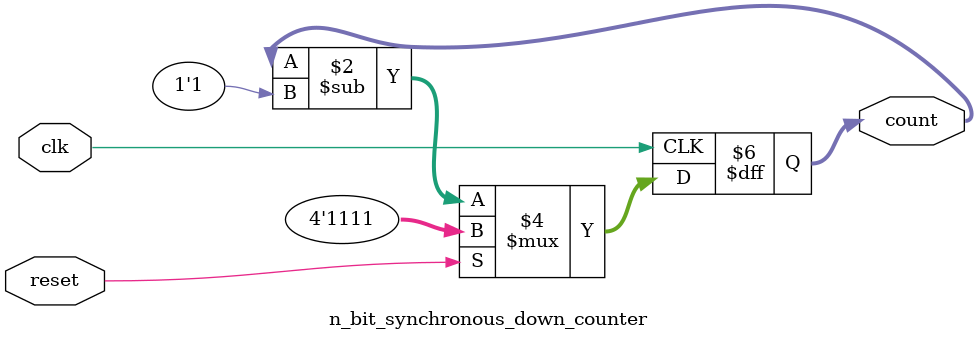
<source format=v>
`timescale 1ns / 1ps

module n_bit_synchronous_down_counter #(parameter N = 4)
    (
    input clk, 
    input reset, 
    output reg [N-1:0] count
    );
    
integer i;
    
always @(posedge clk) begin
    if (reset) begin 
        count <= {N{1'b1}};
    end else begin
        count <= count - 1'b1;
    end
end
endmodule

</source>
